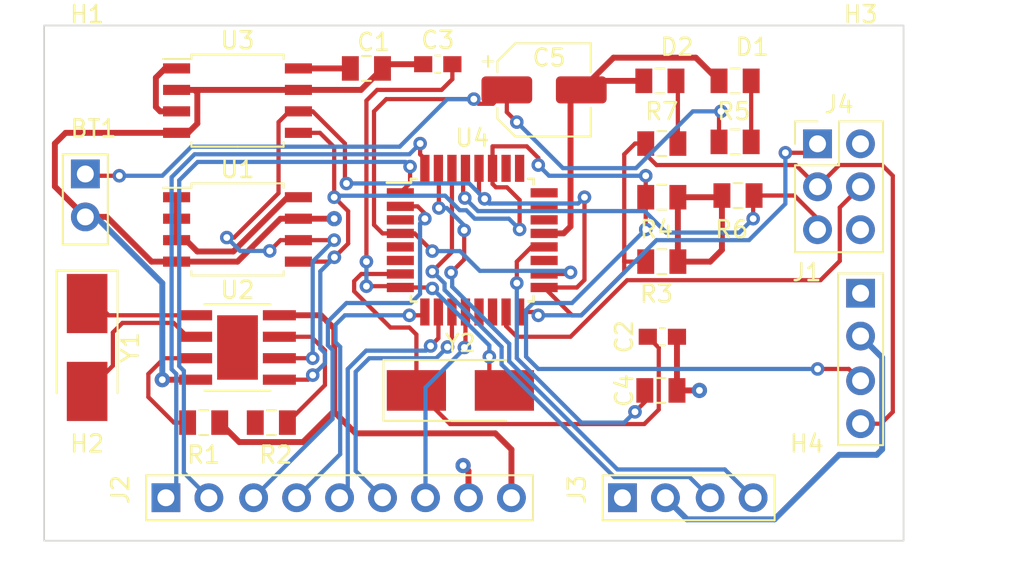
<source format=kicad_pcb>
(kicad_pcb (version 20211014) (generator pcbnew)
  (layers (0 "F.Cu" mixed) (31 "B.Cu" mixed) (34 "B.Paste" user) (35 "F.Paste" user) (36 "B.SilkS" user "B.Silkscreen") (37 "F.SilkS" user "F.Silkscreen") (38 "B.Mask" user) (39 "F.Mask" user) (44 "Edge.Cuts" user))
  (property "project_name" "Data Logger with memory and clock")
  (net 0 "")
  (net 1 "Net-(BT1-Pad1)")
  (net 2 "GND")
  (net 3 "/Vcc")
  (net 4 "Net-(C2-Pad1)")
  (net 5 "Net-(C3-Pad2)")
  (net 6 "Net-(C4-Pad1)")
  (net 7 "Net-(R5-Pad1)")
  (net 8 "Net-(R7-Pad1)")
  (net 9 "/SDA")
  (net 10 "/SCK")
  (net 11 "/D2")
  (net 12 "/D3")
  (net 13 "/D4")
  (net 14 "/D5")
  (net 15 "/D6")
  (net 16 "/D7")
  (net 17 "/D8")
  (net 18 "/RX")
  (net 19 "/TX")
  (net 20 "/MISO")
  (net 21 "/MOSI")
  (net 22 "/RESET")
  (net 23 "Net-(R1-Pad1)")
  (net 24 "Net-(R2-Pad1)")
  (net 25 "Net-(U2-Pad1)")
  (net 26 "Net-(U2-Pad2)")
  (footprint "RN_Mounting:MOUNTINGHOLE_2.1MM" (layer "F.Cu") (at 91.44 63.5)
    (fp_text reference "H3")
    (fp_text value "MountingHole")
  )
  (footprint "RN_Capacitors:C_SMD_0.1UF50V_0805_TDK_C2012X8R1H104K125AA" (layer "F.Cu") (at 62.66 64.48)
    (fp_text reference "C1")
    (fp_text value "0.1uF/50V")
  )
  (footprint "RN_Crystals:Y_SMD_CRYSTAL_32K_L5.0MMXW3.20_ABR_ABM3-32.000MHZ-D2Y-T" (layer "F.Cu") (at 45.72 80.01 -90)
    (fp_text reference "Y1")
    (fp_text value "32 KHz")
  )
  (footprint "RN_Mounting:MOUNTINGHOLE_2.1MM" (layer "F.Cu") (at 45.72 88.9)
    (fp_text reference "H2")
    (fp_text value "MountingHole")
  )
  (footprint "RN_IC_Microcontrollers:U_SMD_ATMEGA320P-AU_QFP-32_MIC_ATMEGA328P-AU" (layer "F.Cu") (at 68.485 73.66)
    (fp_text reference "U4")
    (fp_text value "ATMEGA328P-AU")
  )
  (footprint "RN_Resistors:R_SMD_330R_0805_YAG_RC0805FR-07330RL" (layer "F.Cu") (at 84.283756 67.31 180)
    (fp_text reference "R5")
    (fp_text value "330")
  )
  (footprint "RN_LED:D_SMD_LED_GREEN_0805_WUE_150080GS75000" (layer "F.Cu") (at 83.761252 64.77)
    (fp_text reference "D1")
    (fp_text value "LED")
  )
  (footprint "RN_Connectors:J_PTH_CONN_HEADER_MALE_01x02_WUE_61300211121" (layer "F.Cu") (at 45.085 72.39)
    (fp_text reference "BT1")
    (fp_text value "Battery" hide)
  )
  (footprint "RN_Resistors:R_SMD_4.7K_0805_YAG_RC0805FR-071KL" (layer "F.Cu") (at 79.951252 74.395 180)
    (fp_text reference "R3")
    (fp_text value "4.7K")
  )
  (footprint "RN_Capacitors:C_SMD_0.1UF50V_0805_TDK_C2012X8R1H104K125AA" (layer "F.Cu") (at 80.066252 83.53)
    (fp_text reference "C4")
    (fp_text value "0.1uF/50V")
  )
  (footprint "RN_Capacitors:C_SMD_22PF50V_0603_TDK_CGA3E2NP01H220J080AA" (layer "F.Cu") (at 66.4475 63.25)
    (fp_text reference "C3")
    (fp_text value "22pF")
  )
  (footprint "RN_Crystals:Y_SMD_CRYSTAL_16K_L5.0MMXW3.20_ABR_ABM3-16.000MHZ-B2-T" (layer "F.Cu") (at 67.785 82.55)
    (fp_text reference "Y2")
    (fp_text value "16 MHz")
  )
  (footprint "RN_IC_Memory:U_SMD_24LC1025_SOIC-08_MIC_24LC1025T-ESN" (layer "F.Cu") (at 54.61 73.025)
    (fp_text reference "U1")
    (fp_text value "24LC1025")
  )
  (footprint "RN_Resistors:R_SMD_10K_0805_YAG_RC0805FR-0710KL" (layer "F.Cu") (at 52.348748 84.99)
    (fp_text reference "R1")
    (fp_text value "10K")
  )
  (footprint "RN_Resistors:R_SMD_4.7K_0805_YAG_RC0805FR-071KL" (layer "F.Cu") (at 79.951252 70.585 180)
    (fp_text reference "R4")
    (fp_text value "4.7K")
  )
  (footprint "RN_Resistors:R_SMD_330R_0805_YAG_RC0805FR-07330RL" (layer "F.Cu") (at 79.951252 67.41 180)
    (fp_text reference "R7")
    (fp_text value "330")
  )
  (footprint "RN_Capacitors:C_SMD_22PF50V_0603_TDK_CGA3E2NP01H220J080AA" (layer "F.Cu") (at 79.723752 79.375)
    (fp_text reference "C2")
    (fp_text value "22pF")
  )
  (footprint "RN_Resistors:R_SMD_10K_0805_YAG_RC0805FR-0710KL" (layer "F.Cu") (at 56.871252 83.92 180)
    (fp_text reference "R2")
    (fp_text value "10K")
  )
  (footprint "RN_Mounting:MOUNTINGHOLE_2.1MM" (layer "F.Cu") (at 91.44 88.9)
    (fp_text reference "H4")
    (fp_text value "MountingHole")
  )
  (footprint "RN_LED:D_SMD_LED_GREEN_0805_WUE_150080GS75000" (layer "F.Cu") (at 79.316252 64.77)
    (fp_text reference "D2")
    (fp_text value "LED")
  )
  (footprint "RN_IC_RTC:U_SMD_DS1339U_DIP08_ANA_DS1339U-3+" (layer "F.Cu") (at 54.61 80.01)
    (fp_text reference "U2")
    (fp_text value "DS1339U-3+")
  )
  (footprint "RN_Capacitors:C_POL_SMD_0.1UF50V_WUE_865230640001" (layer "F.Cu") (at 72.73 64.77)
    (fp_text reference "C5")
    (fp_text value "0.1uF/50V")
  )
  (footprint "RN_IC_Memory:U_SMD_24LC1025_SOIC-08_MIC_24LC1025T-ESN" (layer "F.Cu") (at 54.61 65.405)
    (fp_text reference "U3")
    (fp_text value "24LC1025")
  )
  (footprint "RN_Mounting:MOUNTINGHOLE_2.1MM" (layer "F.Cu") (at 45.72 63.5)
    (fp_text reference "H1")
    (fp_text value "MountingHole")
  )
  (footprint "RN_Connectors:J_PTH_CONN_HEADER_MALE_01x04_WUE_61300411121" (layer "F.Cu") (at 90.91 79.4385)
    (fp_text reference "J1")
    (fp_text value "CONN_01x04_MALE" hide)
  )
  (footprint "RN_Connectors:J_PTH_CONN_HEADER_MALE_01x09_WUE_61300911121" (layer "F.Cu") (at 53.0225 89.43 90)
    (fp_text reference "J2")
    (fp_text value "CONN_01x09_MALE" hide)
  )
  (footprint "RN_Resistors:R_SMD_10K_0805_YAG_RC0805FR-0710KL" (layer "F.Cu") (at 84.455 70.485 180)
    (fp_text reference "R6")
    (fp_text value "10K")
  )
  (footprint "RN_Connectors:J_PTH_CONN_HEADER_MALE_01x04_WUE_61300411121" (layer "F.Cu") (at 80.01 89.43 90)
    (fp_text reference "J3")
    (fp_text value "CONN_01x04_MALE" hide)
  )
  (footprint "RN_Connectors:J_PTH_CONN_HEADER_MALE_02x03_WUE_61300621121" (layer "F.Cu") (at 88.895 67.96)
    (fp_text reference "J4")
    (fp_text value "CONN_MALE_02X03_ODDEVEN")
  )
  (gr_rect (start 43.18 60.96) (end 93.98 91.44) (layer "Edge.Cuts") (width 0.1) (fill none))
  (segment (start 62.67952 72.75452) (end 62.67952 66.04) (width 0.25) (layer "F.Cu") (net 1))
  (segment (start 64.235 73.26) (end 63.185 73.26) (width 0.25) (layer "F.Cu") (net 1))
  (segment (start 45.72 69.85) (end 45.615 69.745) (width 0.25) (layer "F.Cu") (net 1))
  (segment (start 83.185 66.04) (end 83.072504 66.152496) (width 0.25) (layer "F.Cu") (net 1))
  (segment (start 70.53 66.085) (end 70.53 64.77) (width 0.25) (layer "F.Cu") (net 1))
  (segment (start 71.12 66.675) (end 70.53 66.085) (width 0.25) (layer "F.Cu") (net 1))
  (segment (start 83.072504 66.152496) (end 83.072504 67.845) (width 0.25) (layer "F.Cu") (net 1))
  (segment (start 72.735 75.66) (end 74.2 75.66) (width 0.25) (layer "F.Cu") (net 1))
  (segment (start 47.625 69.85) (end 45.72 69.85) (width 0.25) (layer "F.Cu") (net 1))
  (segment (start 69.70952 65.59048) (end 70.53 64.77) (width 0.25) (layer "F.Cu") (net 1))
  (segment (start 66.124895 74.309375) (end 65.07552 73.26) (width 0.25) (layer "F.Cu") (net 1))
  (segment (start 74.2 75.66) (end 74.295 75.565) (width 0.25) (layer "F.Cu") (net 1))
  (segment (start 63.40402 65.3155) (end 68.58 65.3155) (width 0.25) (layer "F.Cu") (net 1))
  (segment (start 63.185 73.26) (end 62.67952 72.75452) (width 0.25) (layer "F.Cu") (net 1))
  (segment (start 68.85498 65.59048) (end 69.70952 65.59048) (width 0.25) (layer "F.Cu") (net 1))
  (segment (start 68.58 65.3155) (end 68.85498 65.59048) (width 0.25) (layer "F.Cu") (net 1))
  (segment (start 62.67952 66.04) (end 63.40402 65.3155) (width 0.25) (layer "F.Cu") (net 1))
  (segment (start 65.07552 73.26) (end 64.235 73.26) (width 0.25) (layer "F.Cu") (net 1))
  (via (at 68.58 65.3155) (size 0.8) (drill 0.4) (layers "F.Cu" "B.Cu") (net 1))
  (via (at 66.124895 74.309375) (size 0.8) (drill 0.4) (layers "F.Cu" "B.Cu") (net 1))
  (via (at 83.185 66.04) (size 0.8) (drill 0.4) (layers "F.Cu" "B.Cu") (net 1))
  (via (at 71.12 66.675) (size 0.8) (drill 0.4) (layers "F.Cu" "B.Cu") (net 1))
  (via (at 47.625 69.85) (size 0.8) (drill 0.4) (layers "F.Cu" "B.Cu") (net 1))
  (via (at 74.295 75.565) (size 0.8) (drill 0.4) (layers "F.Cu" "B.Cu") (net 1))
  (segment (start 67.009886 65.3155) (end 64.194906 68.13048) (width 0.25) (layer "B.Cu") (net 1))
  (segment (start 78.164906 69.40048) (end 73.84548 69.40048) (width 0.25) (layer "B.Cu") (net 1))
  (segment (start 50.164282 69.85) (end 47.625 69.85) (width 0.25) (layer "B.Cu") (net 1))
  (segment (start 73.84548 69.40048) (end 71.12 66.675) (width 0.25) (layer "B.Cu") (net 1))
  (segment (start 81.525386 66.04) (end 78.164906 69.40048) (width 0.25) (layer "B.Cu") (net 1))
  (segment (start 64.194906 68.13048) (end 51.883802 68.13048) (width 0.25) (layer "B.Cu") (net 1))
  (segment (start 66.124895 74.309375) (end 67.765395 74.309375) (width 0.25) (layer "B.Cu") (net 1))
  (segment (start 83.185 66.04) (end 81.525386 66.04) (width 0.25) (layer "B.Cu") (net 1))
  (segment (start 51.883802 68.13048) (end 50.164282 69.85) (width 0.25) (layer "B.Cu") (net 1))
  (segment (start 74.205489 75.475489) (end 74.295 75.565) (width 0.25) (layer "B.Cu") (net 1))
  (segment (start 68.931509 75.475489) (end 74.205489 75.475489) (width 0.25) (layer "B.Cu") (net 1))
  (segment (start 68.58 65.3155) (end 67.009886 65.3155) (width 0.25) (layer "B.Cu") (net 1))
  (segment (start 67.765395 74.309375) (end 68.931509 75.475489) (width 0.25) (layer "B.Cu") (net 1))
  (segment (start 74.93 64.77) (end 74.295 65.405) (width 0.35) (layer "F.Cu") (net 2))
  (segment (start 80.586252 82.55) (end 80.586252 79.375) (width 0.35) (layer "F.Cu") (net 2))
  (segment (start 68.2625 87.3125) (end 67.945 86.995) (width 0.35) (layer "F.Cu") (net 2))
  (segment (start 58.21 64.77) (end 61.91 64.77) (width 0.35) (layer "F.Cu") (net 2))
  (segment (start 80.586252 82.55) (end 81.915 82.55) (width 0.35) (layer "F.Cu") (net 2))
  (segment (start 76.835 62.865) (end 74.93 64.77) (width 0.35) (layer "F.Cu") (net 2))
  (segment (start 51.689022 67.31) (end 52.234511 66.764511) (width 0.35) (layer "F.Cu") (net 2))
  (segment (start 46.885 72.285) (end 45.615 72.285) (width 0.35) (layer "F.Cu") (net 2))
  (segment (start 57.15 72.39) (end 54.61 74.93) (width 0.35) (layer "F.Cu") (net 2))
  (segment (start 43.815 70.485) (end 43.815 67.945) (width 0.35) (layer "F.Cu") (net 2))
  (segment (start 45.615 72.285) (end 43.815 70.485) (width 0.35) (layer "F.Cu") (net 2))
  (segment (start 63.43 63.25) (end 63.18 63.5) (width 0.35) (layer "F.Cu") (net 2))
  (segment (start 91.44 73.045) (end 91.435 73.04) (width 0.35) (layer "F.Cu") (net 2))
  (segment (start 61.91 64.77) (end 63.18 63.5) (width 0.35) (layer "F.Cu") (net 2))
  (segment (start 49.53 74.93) (end 46.885 72.285) (width 0.35) (layer "F.Cu") (net 2))
  (segment (start 74.295 65.405) (end 74.295 72.85) (width 0.35) (layer "F.Cu") (net 2))
  (segment (start 83.072504 64.235) (end 81.702504 62.865) (width 0.35) (layer "F.Cu") (net 2))
  (segment (start 43.815 67.945) (end 44.45 67.31) (width 0.35) (layer "F.Cu") (net 2))
  (segment (start 52.135 81.915) (end 50.165 81.915) (width 0.35) (layer "F.Cu") (net 2))
  (segment (start 75.465 64.235) (end 78.627504 64.235) (width 0.35) (layer "F.Cu") (net 2))
  (segment (start 51.01 74.93) (end 49.53 74.93) (width 0.35) (layer "F.Cu") (net 2))
  (segment (start 73.885 73.26) (end 72.735 73.26) (width 0.35) (layer "F.Cu") (net 2))
  (segment (start 65.585 63.25) (end 63.43 63.25) (width 0.35) (layer "F.Cu") (net 2))
  (segment (start 44.45 67.31) (end 51.01 67.31) (width 0.35) (layer "F.Cu") (net 2))
  (segment (start 51.01 64.77) (end 58.21 64.77) (width 0.35) (layer "F.Cu") (net 2))
  (segment (start 58.21 72.39) (end 57.15 72.39) (width 0.35) (layer "F.Cu") (net 2))
  (segment (start 74.93 64.77) (end 75.465 64.235) (width 0.35) (layer "F.Cu") (net 2))
  (segment (start 54.61 74.93) (end 51.01 74.93) (width 0.35) (layer "F.Cu") (net 2))
  (segment (start 74.295 72.85) (end 73.885 73.26) (width 0.35) (layer "F.Cu") (net 2))
  (segment (start 68.2625 88.9) (end 68.2625 87.3125) (width 0.35) (layer "F.Cu") (net 2))
  (segment (start 81.702504 62.865) (end 76.835 62.865) (width 0.35) (layer "F.Cu") (net 2))
  (segment (start 51.01 67.31) (end 51.689022 67.31) (width 0.35) (layer "F.Cu") (net 2))
  (segment (start 58.21 72.39) (end 60.325 72.39) (width 0.35) (layer "F.Cu") (net 2))
  (segment (start 52.234511 66.764511) (end 52.234511 64.934511) (width 0.35) (layer "F.Cu") (net 2))
  (segment (start 77.47 88.9) (end 77.365 88.9) (width 0.35) (layer "F.Cu") (net 2))
  (segment (start 52.234511 64.934511) (end 52.07 64.77) (width 0.35) (layer "F.Cu") (net 2))
  (via (at 50.165 81.915) (size 0.9) (drill 0.4) (layers "F.Cu" "B.Cu") (net 2))
  (via (at 67.945 86.995) (size 0.9) (drill 0.4) (layers "F.Cu" "B.Cu") (net 2))
  (via (at 60.325 72.39) (size 0.9) (drill 0.4) (layers "F.Cu" "B.Cu") (net 2))
  (via (at 81.915 82.55) (size 0.9) (drill 0.4) (layers "F.Cu" "B.Cu") (net 2))
  (segment (start 50.165 76.2) (end 46.25 72.285) (width 0.35) (layer "B.Cu") (net 2))
  (segment (start 46.25 72.285) (end 45.615 72.285) (width 0.35) (layer "B.Cu") (net 2))
  (segment (start 50.165 81.915) (end 50.165 76.2) (width 0.35) (layer "B.Cu") (net 2))
  (segment (start 60.325 83.82) (end 60.329031 83.815969) (width 0.35) (layer "F.Cu") (net 3))
  (segment (start 49.785489 64.045489) (end 49.785489 65.784511) (width 0.35) (layer "F.Cu") (net 3))
  (segment (start 83.243748 74.236252) (end 83.243748 71.02) (width 0.35) (layer "F.Cu") (net 3))
  (segment (start 69.85 85.09) (end 61.595 85.09) (width 0.35) (layer "F.Cu") (net 3))
  (segment (start 91.435 67.305) (end 91.435 67.96) (width 0.35) (layer "F.Cu") (net 3))
  (segment (start 51.01 73.66) (end 51.01 72.39) (width 0.35) (layer "F.Cu") (net 3))
  (segment (start 61.595 85.09) (end 60.325 83.82) (width 0.35) (layer "F.Cu") (net 3))
  (segment (start 50.040978 66.04) (end 51.01 66.04) (width 0.35) (layer "F.Cu") (net 3))
  (segment (start 51.01 73.66) (end 51.564031 73.66) (width 0.35) (layer "F.Cu") (net 3))
  (segment (start 51.564031 73.66) (end 52.234511 74.33048) (width 0.35) (layer "F.Cu") (net 3))
  (segment (start 53.56 84.455) (end 54.709511 85.604511) (width 0.35) (layer "F.Cu") (net 3))
  (segment (start 52.234511 74.33048) (end 54.36167 74.33048) (width 0.35) (layer "F.Cu") (net 3))
  (segment (start 60.329031 83.815969) (end 60.329031 78.886886) (width 0.35) (layer "F.Cu") (net 3))
  (segment (start 58.484511 85.604511) (end 60.325 83.764022) (width 0.35) (layer "F.Cu") (net 3))
  (segment (start 80.64 74.93) (end 82.55 74.93) (width 0.35) (layer "F.Cu") (net 3))
  (segment (start 50.330978 63.5) (end 49.785489 64.045489) (width 0.35) (layer "F.Cu") (net 3))
  (segment (start 80.64 74.93) (end 80.64 71.12) (width 0.35) (layer "F.Cu") (net 3))
  (segment (start 91.3985 79.375) (end 91.44 79.3335) (width 0.35) (layer "F.Cu") (net 3))
  (segment (start 59.547145 78.105) (end 57.085 78.105) (width 0.35) (layer "F.Cu") (net 3))
  (segment (start 80.64 71.12) (end 83.143748 71.12) (width 0.35) (layer "F.Cu") (net 3))
  (segment (start 51.01 72.39) (end 51.01 71.12) (width 0.35) (layer "F.Cu") (net 3))
  (segment (start 54.36167 74.33048) (end 57.57215 71.12) (width 0.35) (layer "F.Cu") (net 3))
  (segment (start 82.55 74.93) (end 83.243748 74.236252) (width 0.35) (layer "F.Cu") (net 3))
  (segment (start 60.329031 78.886886) (end 59.547145 78.105) (width 0.35) (layer "F.Cu") (net 3))
  (segment (start 51.01 63.5) (end 50.330978 63.5) (width 0.35) (layer "F.Cu") (net 3))
  (segment (start 60.325 83.764022) (end 60.325 82.55) (width 0.35) (layer "F.Cu") (net 3))
  (segment (start 83.143748 71.12) (end 83.243748 71.02) (width 0.35) (layer "F.Cu") (net 3))
  (segment (start 54.709511 85.604511) (end 58.484511 85.604511) (width 0.35) (layer "F.Cu") (net 3))
  (segment (start 70.8025 88.9) (end 70.8025 86.0425) (width 0.35) (layer "F.Cu") (net 3))
  (segment (start 70.8025 86.0425) (end 69.85 85.09) (width 0.35) (layer "F.Cu") (net 3))
  (segment (start 49.785489 65.784511) (end 50.040978 66.04) (width 0.35) (layer "F.Cu") (net 3))
  (segment (start 57.57215 71.12) (end 58.21 71.12) (width 0.35) (layer "F.Cu") (net 3))
  (segment (start 58.21 63.5) (end 61.28 63.5) (width 0.35) (layer "F.Cu") (net 3))
  (segment (start 92.714511 86.037989) (end 92.714511 80.608011) (width 0.35) (layer "B.Cu") (net 3))
  (segment (start 81.179511 90.174511) (end 79.905 88.9) (width 0.35) (layer "B.Cu") (net 3))
  (segment (start 86.355489 90.174511) (end 90.17 86.36) (width 0.35) (layer "B.Cu") (net 3))
  (segment (start 81.179511 90.174511) (end 86.355489 90.174511) (width 0.35) (layer "B.Cu") (net 3))
  (segment (start 92.3925 86.36) (end 92.714511 86.037989) (width 0.35) (layer "B.Cu") (net 3))
  (segment (start 90.17 86.36) (end 92.3925 86.36) (width 0.35) (layer "B.Cu") (net 3))
  (segment (start 92.714511 80.608011) (end 91.44 79.3335) (width 0.35) (layer "B.Cu") (net 3))
  (segment (start 65.185 82.55) (end 65.185 79.244511) (width 0.25) (layer "F.Cu") (net 4))
  (segment (start 61.505489 76.084397) (end 61.929886 75.66) (width 0.25) (layer "F.Cu") (net 4))
  (segment (start 79.510763 83.684237) (end 79.510763 80.024511) (width 0.25) (layer "F.Cu") (net 4))
  (segment (start 61.929886 75.66) (end 64.235 75.66) (width 0.25) (layer "F.Cu") (net 4))
  (segment (start 64.77 78.829511) (end 63.650397 78.829511) (width 0.25) (layer "F.Cu") (net 4))
  (segment (start 65.185 82.55) (end 67.17548 84.54048) (width 0.25) (layer "F.Cu") (net 4))
  (segment (start 79.510763 80.024511) (end 78.861252 79.375) (width 0.25) (layer "F.Cu") (net 4))
  (segment (start 67.17548 84.54048) (end 78.65452 84.54048) (width 0.25) (layer "F.Cu") (net 4))
  (segment (start 65.185 79.244511) (end 64.77 78.829511) (width 0.25) (layer "F.Cu") (net 4))
  (segment (start 61.505489 76.684603) (end 61.505489 76.084397) (width 0.25) (layer "F.Cu") (net 4))
  (segment (start 78.65452 84.54048) (end 79.510763 83.684237) (width 0.25) (layer "F.Cu") (net 4))
  (segment (start 63.650397 78.829511) (end 61.505489 76.684603) (width 0.25) (layer "F.Cu") (net 4))
  (segment (start 67.31 63.25) (end 67.31 64.135) (width 0.25) (layer "F.Cu") (net 5))
  (segment (start 69.49646 80.554822) (end 69.49646 81.66146) (width 0.25) (layer "F.Cu") (net 5))
  (segment (start 66.068338 76.46) (end 64.235 76.46) (width 0.25) (layer "F.Cu") (net 5))
  (segment (start 67.31 64.135) (end 66.675 64.77) (width 0.25) (layer "F.Cu") (net 5))
  (segment (start 62.23 65.405) (end 62.23 74.93) (width 0.25) (layer "F.Cu") (net 5))
  (segment (start 66.675 64.77) (end 62.865 64.77) (width 0.25) (layer "F.Cu") (net 5))
  (segment (start 62.865 64.77) (end 62.23 65.405) (width 0.25) (layer "F.Cu") (net 5))
  (segment (start 64.1595 76.3845) (end 64.235 76.46) (width 0.25) (layer "F.Cu") (net 5))
  (segment (start 62.23 76.3845) (end 64.1595 76.3845) (width 0.25) (layer "F.Cu") (net 5))
  (segment (start 69.49646 81.66146) (end 70.385 82.55) (width 0.25) (layer "F.Cu") (net 5))
  (segment (start 66.124906 76.516568) (end 66.068338 76.46) (width 0.25) (layer "F.Cu") (net 5))
  (via (at 62.23 74.93) (size 0.8) (drill 0.4) (layers "F.Cu" "B.Cu") (net 5))
  (via (at 62.23 76.3845) (size 0.8) (drill 0.4) (layers "F.Cu" "B.Cu") (net 5))
  (via (at 66.124906 76.516568) (size 0.8) (drill 0.4) (layers "F.Cu" "B.Cu") (net 5))
  (via (at 69.49646 80.554822) (size 0.8) (drill 0.4) (layers "F.Cu" "B.Cu") (net 5))
  (segment (start 62.23 74.93) (end 62.23 76.2) (width 0.25) (layer "B.Cu") (net 5))
  (segment (start 62.23 76.2) (end 62.23 76.3845) (width 0.25) (layer "B.Cu") (net 5))
  (segment (start 69.49646 79.888122) (end 69.49646 80.554822) (width 0.25) (layer "B.Cu") (net 5))
  (segment (start 66.124906 76.516568) (end 69.49646 79.888122) (width 0.25) (layer "B.Cu") (net 5))
  (segment (start 78.105 83.81598) (end 78.686252 83.234728) (width 0.25) (layer "F.Cu") (net 6))
  (segment (start 71.12 74.93) (end 71.99 74.06) (width 0.25) (layer "F.Cu") (net 6))
  (segment (start 71.99 74.06) (end 72.735 74.06) (width 0.25) (layer "F.Cu") (net 6))
  (segment (start 78.686252 83.234728) (end 78.686252 82.55) (width 0.25) (layer "F.Cu") (net 6))
  (segment (start 71.12 76.2) (end 71.12 74.93) (width 0.25) (layer "F.Cu") (net 6))
  (via (at 71.12 76.2) (size 0.8) (drill 0.4) (layers "F.Cu" "B.Cu") (net 6))
  (via (at 78.105 83.81598) (size 0.8) (drill 0.4) (layers "F.Cu" "B.Cu") (net 6))
  (segment (start 74.931436 84.455) (end 71.12 80.643564) (width 0.25) (layer "B.Cu") (net 6))
  (segment (start 78.105 83.81598) (end 77.46598 84.455) (width 0.25) (layer "B.Cu") (net 6))
  (segment (start 77.46598 84.455) (end 74.931436 84.455) (width 0.25) (layer "B.Cu") (net 6))
  (segment (start 71.12 80.643564) (end 71.12 76.2) (width 0.25) (layer "B.Cu") (net 6))
  (segment (start 84.972504 67.845) (end 84.972504 64.235) (width 0.25) (layer "F.Cu") (net 7))
  (segment (start 80.64 67.945) (end 80.64 64.347496) (width 0.25) (layer "F.Cu") (net 8))
  (segment (start 80.64 64.347496) (end 80.527504 64.235) (width 0.25) (layer "F.Cu") (net 8))
  (segment (start 58.784503 81.915) (end 57.085 81.915) (width 0.25) (layer "F.Cu") (net 9))
  (segment (start 61.149511 73.860088) (end 60.337548 74.672051) (width 0.25) (layer "F.Cu") (net 9))
  (segment (start 71.285498 73.025) (end 71.285498 71.285498) (width 0.25) (layer "F.Cu") (net 9))
  (segment (start 71.285498 71.285498) (end 70.534511 70.534511) (width 0.25) (layer "F.Cu") (net 9))
  (segment (start 78.74 73.025) (end 78.74 71.12) (width 0.25) (layer "F.Cu") (net 9))
  (segment (start 69.685 68.11) (end 69.685 69.41) (width 0.25) (layer "F.Cu") (net 9))
  (segment (start 71.709022 68.11) (end 69.685 68.11) (width 0.25) (layer "F.Cu") (net 9))
  (segment (start 72.39 68.790978) (end 71.709022 68.11) (width 0.25) (layer "F.Cu") (net 9))
  (segment (start 69.885489 70.534511) (end 69.685 70.334022) (width 0.25) (layer "F.Cu") (net 9))
  (segment (start 59.48 67.31) (end 58.21 67.31) (width 0.25) (layer "F.Cu") (net 9))
  (segment (start 60.325 71.12) (end 61.149511 71.944511) (width 0.25) (layer "F.Cu") (net 9))
  (segment (start 60.325 71.12) (end 60.325 68.155) (width 0.25) (layer "F.Cu") (net 9))
  (segment (start 59.055 81.644503) (end 58.784503 81.915) (width 0.25) (layer "F.Cu") (net 9))
  (segment (start 60.325 68.155) (end 59.48 67.31) (width 0.25) (layer "F.Cu") (net 9))
  (segment (start 69.685 70.334022) (end 69.685 69.41) (width 0.25) (layer "F.Cu") (net 9))
  (segment (start 70.534511 70.534511) (end 69.885489 70.534511) (width 0.25) (layer "F.Cu") (net 9))
  (segment (start 88.9 81.28) (end 90.7415 81.28) (width 0.25) (layer "F.Cu") (net 9))
  (segment (start 90.7415 81.28) (end 91.44 81.9785) (width 0.25) (layer "F.Cu") (net 9))
  (segment (start 60.337548 74.672051) (end 60.079599 74.93) (width 0.25) (layer "F.Cu") (net 9))
  (segment (start 60.079599 74.93) (end 58.21 74.93) (width 0.25) (layer "F.Cu") (net 9))
  (segment (start 72.39 69.215) (end 72.39 68.790978) (width 0.25) (layer "F.Cu") (net 9))
  (segment (start 61.149511 71.944511) (end 61.149511 73.860088) (width 0.25) (layer "F.Cu") (net 9))
  (segment (start 78.74 71.12) (end 78.74 69.85) (width 0.25) (layer "F.Cu") (net 9))
  (via (at 88.9 81.28) (size 0.8) (drill 0.4) (layers "F.Cu" "B.Cu") (net 9))
  (via (at 59.055 81.644503) (size 0.8) (drill 0.4) (layers "F.Cu" "B.Cu") (net 9))
  (via (at 78.74 69.85) (size 0.8) (drill 0.4) (layers "F.Cu" "B.Cu") (net 9))
  (via (at 78.74 73.025) (size 0.8) (drill 0.4) (layers "F.Cu" "B.Cu") (net 9))
  (via (at 71.285498 73.025) (size 0.8) (drill 0.4) (layers "F.Cu" "B.Cu") (net 9))
  (via (at 72.39 69.215) (size 0.8) (drill 0.4) (layers "F.Cu" "B.Cu") (net 9))
  (via (at 60.325 71.12) (size 0.8) (drill 0.4) (layers "F.Cu" "B.Cu") (net 9))
  (via (at 60.337548 74.672051) (size 0.8) (drill 0.4) (layers "F.Cu" "B.Cu") (net 9))
  (segment (start 59.329992 81.369511) (end 59.355103 81.369511) (width 0.25) (layer "B.Cu") (net 9))
  (segment (start 68.134607 71.890612) (end 68.633995 72.39) (width 0.25) (layer "B.Cu") (net 9))
  (segment (start 71.665489 80.553335) (end 71.665489 77.804897) (width 0.25) (layer "B.Cu") (net 9))
  (segment (start 59.779511 80.344897) (end 59.50452 80.069906) (width 0.25) (layer "B.Cu") (net 9))
  (segment (start 59.50452 75.505079) (end 60.337548 74.672051) (width 0.25) (layer "B.Cu") (net 9))
  (segment (start 59.779511 80.945103) (end 59.779511 80.344897) (width 0.25) (layer "B.Cu") (net 9))
  (segment (start 59.355103 81.369511) (end 59.779511 80.945103) (width 0.25) (layer "B.Cu") (net 9))
  (segment (start 68.633995 72.39) (end 70.650498 72.39) (width 0.25) (layer "B.Cu") (net 9))
  (segment (start 60.414511 71.030489) (end 66.885588 71.030489) (width 0.25) (layer "B.Cu") (net 9))
  (segment (start 70.650498 72.39) (end 71.285498 73.025) (width 0.25) (layer "B.Cu") (net 9))
  (segment (start 60.325 71.12) (end 60.414511 71.030489) (width 0.25) (layer "B.Cu") (net 9))
  (segment (start 74.384511 77.380489) (end 78.74 73.025) (width 0.25) (layer "B.Cu") (net 9))
  (segment (start 72.392154 81.28) (end 71.665489 80.553335) (width 0.25) (layer "B.Cu") (net 9))
  (segment (start 66.885588 71.030489) (end 67.745711 71.890612) (width 0.25) (layer "B.Cu") (net 9))
  (segment (start 88.9 81.28) (end 72.392154 81.28) (width 0.25) (layer "B.Cu") (net 9))
  (segment (start 67.745711 71.890612) (end 68.134607 71.890612) (width 0.25) (layer "B.Cu") (net 9))
  (segment (start 71.665489 77.804897) (end 72.089897 77.380489) (width 0.25) (layer "B.Cu") (net 9))
  (segment (start 59.055 81.644503) (end 59.329992 81.369511) (width 0.25) (layer "B.Cu") (net 9))
  (segment (start 72.39 69.215) (end 73.025 69.85) (width 0.25) (layer "B.Cu") (net 9))
  (segment (start 59.50452 80.069906) (end 59.50452 75.505079) (width 0.25) (layer "B.Cu") (net 9))
  (segment (start 72.089897 77.380489) (end 74.384511 77.380489) (width 0.25) (layer "B.Cu") (net 9))
  (segment (start 73.025 69.85) (end 78.74 69.85) (width 0.25) (layer "B.Cu") (net 9))
  (segment (start 58.21 66.04) (end 58.42 66.04) (width 0.25) (layer "F.Cu") (net 10))
  (segment (start 78.74 68.58) (end 79.375 69.215) (width 0.25) (layer "F.Cu") (net 10))
  (segment (start 57.15 73.66) (end 56.515 74.295) (width 0.25) (layer "F.Cu") (net 10))
  (segment (start 77.47 74.295) (end 77.47 74.93) (width 0.25) (layer "F.Cu") (net 10))
  (segment (start 77.47 75.564282) (end 77.47 74.295) (width 0.25) (layer "F.Cu") (net 10))
  (segment (start 58.21 73.66) (end 57.15 73.66) (width 0.25) (layer "F.Cu") (net 10))
  (segment (start 54.409032 73.50598) (end 57.035489 70.879523) (width 0.25) (layer "F.Cu") (net 10))
  (segment (start 74.929282 78.105) (end 77.47 75.564282) (width 0.25) (layer "F.Cu") (net 10))
  (segment (start 68.885 70.88598) (end 68.885 69.41) (width 0.25) (layer "F.Cu") (net 10))
  (segment (start 77.47 68.58) (end 77.47 74.295) (width 0.25) (layer "F.Cu") (net 10))
  (segment (start 77.47 74.93) (end 78.74 74.93) (width 0.25) (layer "F.Cu") (net 10))
  (segment (start 60.96 67.945) (end 60.96 70.216489) (width 0.25) (layer "F.Cu") (net 10))
  (segment (start 92.6465 84.5185) (end 93.345 83.82) (width 0.25) (layer "F.Cu") (net 10))
  (segment (start 91.44 84.5185) (end 92.6465 84.5185) (width 0.25) (layer "F.Cu") (net 10))
  (segment (start 59.055 66.04) (end 60.96 67.945) (width 0.25) (layer "F.Cu") (net 10))
  (segment (start 60.325 73.66) (end 58.21 73.66) (width 0.25) (layer "F.Cu") (net 10))
  (segment (start 90.18 69.215) (end 88.895 70.5) (width 0.25) (layer "F.Cu") (net 10))
  (segment (start 60.96 70.216489) (end 61.0495 70.305989) (width 0.25) (layer "F.Cu") (net 10))
  (segment (start 93.345 69.85) (end 92.71 69.215) (width 0.25) (layer "F.Cu") (net 10))
  (segment (start 72.735 76.46) (end 74.38 78.105) (width 0.25) (layer "F.Cu") (net 10))
  (segment (start 57.670489 66.04) (end 58.21 66.04) (width 0.25) (layer "F.Cu") (net 10))
  (segment (start 78.105 67.945) (end 77.47 68.58) (width 0.25) (layer "F.Cu") (net 10))
  (segment (start 57.035489 66.675) (end 57.670489 66.04) (width 0.25) (layer "F.Cu") (net 10))
  (segment (start 75.1195 71.12) (end 75.1195 76.0105) (width 0.25) (layer "F.Cu") (net 10))
  (segment (start 93.345 83.82) (end 93.345 69.85) (width 0.25) (layer "F.Cu") (net 10))
  (segment (start 59.055 80.645) (end 57.085 80.645) (width 0.25) (layer "F.Cu") (net 10))
  (segment (start 92.71 69.215) (end 90.18 69.215) (width 0.25) (layer "F.Cu") (net 10))
  (segment (start 69.215 71.21598) (end 68.885 70.88598) (width 0.25) (layer "F.Cu") (net 10))
  (segment (start 57.035489 70.879523) (end 57.035489 66.675) (width 0.25) (layer "F.Cu") (net 10))
  (segment (start 75.1195 76.0105) (end 74.67 76.46) (width 0.25) (layer "F.Cu") (net 10))
  (segment (start 78.74 67.945) (end 78.74 68.58) (width 0.25) (layer "F.Cu") (net 10))
  (segment (start 74.67 76.46) (end 72.735 76.46) (width 0.25) (layer "F.Cu") (net 10))
  (segment (start 78.74 67.945) (end 78.105 67.945) (width 0.25) (layer "F.Cu") (net 10))
  (segment (start 58.42 66.04) (end 59.055 66.04) (width 0.25) (layer "F.Cu") (net 10))
  (segment (start 74.38 78.105) (end 74.929282 78.105) (width 0.25) (layer "F.Cu") (net 10))
  (segment (start 79.375 69.215) (end 87.61 69.215) (width 0.25) (layer "F.Cu") (net 10))
  (segment (start 87.61 69.215) (end 88.895 70.5) (width 0.25) (layer "F.Cu") (net 10))
  (segment (start 53.975 73.50598) (end 54.409032 73.50598) (width 0.25) (layer "F.Cu") (net 10))
  (via (at 53.975 73.50598) (size 0.8) (drill 0.4) (layers "F.Cu" "B.Cu") (net 10))
  (via (at 59.055 80.645) (size 0.8) (drill 0.4) (layers "F.Cu" "B.Cu") (net 10))
  (via (at 60.325 73.66) (size 0.8) (drill 0.4) (layers "F.Cu" "B.Cu") (net 10))
  (via (at 56.515 74.295) (size 0.8) (drill 0.4) (layers "F.Cu" "B.Cu") (net 10))
  (via (at 61.0495 70.305989) (size 0.8) (drill 0.4) (layers "F.Cu" "B.Cu") (net 10))
  (via (at 69.215 71.21598) (size 0.8) (drill 0.4) (layers "F.Cu" "B.Cu") (net 10))
  (via (at 75.1195 71.12) (size 0.8) (drill 0.4) (layers "F.Cu" "B.Cu") (net 10))
  (segment (start 68.305009 70.305989) (end 61.0495 70.305989) (width 0.25) (layer "B.Cu") (net 10))
  (segment (start 69.215 71.21598) (end 68.305009 70.305989) (width 0.25) (layer "B.Cu") (net 10))
  (segment (start 74.74854 71.49096) (end 75.1195 71.12) (width 0.25) (layer "B.Cu") (net 10))
  (segment (start 56.515 74.295) (end 54.76402 74.295) (width 0.25) (layer "B.Cu") (net 10))
  (segment (start 59.055 74.93) (end 60.325 73.66) (width 0.25) (layer "B.Cu") (net 10))
  (segment (start 54.76402 74.295) (end 53.975 73.50598) (width 0.25) (layer "B.Cu") (net 10))
  (segment (start 59.055 80.645) (end 59.055 74.93) (width 0.25) (layer "B.Cu") (net 10))
  (segment (start 69.48998 71.49096) (end 74.74854 71.49096) (width 0.25) (layer "B.Cu") (net 10))
  (segment (start 69.215 71.21598) (end 69.48998 71.49096) (width 0.25) (layer "B.Cu") (net 10))
  (segment (start 65.685 68.86) (end 65.685 69.41) (width 0.25) (layer "F.Cu") (net 11))
  (segment (start 65.405 67.945) (end 65.405 68.58) (width 0.25) (layer "F.Cu") (net 11))
  (segment (start 65.405 68.58) (end 65.685 68.86) (width 0.25) (layer "F.Cu") (net 11))
  (via (at 65.405 67.945) (size 0.8) (drill 0.4) (layers "F.Cu" "B.Cu") (net 11))
  (segment (start 50.71452 81.298484) (end 50.989511 81.573475) (width 0.25) (layer "B.Cu") (net 11))
  (segment (start 50.989511 88.287989) (end 50.3775 88.9) (width 0.25) (layer "B.Cu") (net 11))
  (segment (start 50.71452 69.93548) (end 50.71452 81.298484) (width 0.25) (layer "B.Cu") (net 11))
  (segment (start 50.989511 81.573475) (end 50.989511 88.287989) (width 0.25) (layer "B.Cu") (net 11))
  (segment (start 65.405 67.945) (end 64.77 68.58) (width 0.25) (layer "B.Cu") (net 11))
  (segment (start 52.07 68.58) (end 50.71452 69.93548) (width 0.25) (layer "B.Cu") (net 11))
  (segment (start 64.77 68.58) (end 52.07 68.58) (width 0.25) (layer "B.Cu") (net 11))
  (segment (start 64.810498 69.303368) (end 64.810498 70.284502) (width 0.25) (layer "F.Cu") (net 12))
  (segment (start 64.810498 70.284502) (end 64.235 70.86) (width 0.25) (layer "F.Cu") (net 12))
  (via (at 64.810498 69.303368) (size 0.8) (drill 0.4) (layers "F.Cu" "B.Cu") (net 12))
  (segment (start 51.16404 81.112286) (end 51.439031 81.387278) (width 0.25) (layer "B.Cu") (net 12))
  (segment (start 51.439031 87.421531) (end 52.9175 88.9) (width 0.25) (layer "B.Cu") (net 12))
  (segment (start 64.53665 69.02952) (end 52.256198 69.02952) (width 0.25) (layer "B.Cu") (net 12))
  (segment (start 51.16404 70.121678) (end 51.16404 81.112286) (width 0.25) (layer "B.Cu") (net 12))
  (segment (start 64.810498 69.303368) (end 64.53665 69.02952) (width 0.25) (layer "B.Cu") (net 12))
  (segment (start 51.439031 81.387278) (end 51.439031 87.421531) (width 0.25) (layer "B.Cu") (net 12))
  (segment (start 52.256198 69.02952) (end 51.16404 70.121678) (width 0.25) (layer "B.Cu") (net 12))
  (segment (start 65.684502 72.08548) (end 65.259022 71.66) (width 0.25) (layer "F.Cu") (net 13))
  (segment (start 65.259022 71.66) (end 64.235 71.66) (width 0.25) (layer "F.Cu") (net 13))
  (segment (start 65.684502 72.39) (end 65.684502 72.08548) (width 0.25) (layer "F.Cu") (net 13))
  (via (at 65.684502 72.39) (size 0.8) (drill 0.4) (layers "F.Cu" "B.Cu") (net 13))
  (segment (start 59.95404 78.475243) (end 59.95404 79.883708) (width 0.25) (layer "B.Cu") (net 13))
  (segment (start 65.400395 72.674107) (end 65.400395 76.839605) (width 0.25) (layer "B.Cu") (net 13))
  (segment (start 65.400395 76.839605) (end 64.859511 77.380489) (width 0.25) (layer "B.Cu") (net 13))
  (segment (start 60.229031 84.233469) (end 55.5625 88.9) (width 0.25) (layer "B.Cu") (net 13))
  (segment (start 64.859511 77.380489) (end 61.048794 77.380489) (width 0.25) (layer "B.Cu") (net 13))
  (segment (start 65.684502 72.39) (end 65.400395 72.674107) (width 0.25) (layer "B.Cu") (net 13))
  (segment (start 59.95404 79.883708) (end 60.229031 80.158699) (width 0.25) (layer "B.Cu") (net 13))
  (segment (start 60.229031 80.158699) (end 60.229031 84.233469) (width 0.25) (layer "B.Cu") (net 13))
  (segment (start 61.048794 77.380489) (end 59.95404 78.475243) (width 0.25) (layer "B.Cu") (net 13))
  (segment (start 65.49 78.105) (end 65.685 77.91) (width 0.25) (layer "F.Cu") (net 14))
  (segment (start 64.77 78.105) (end 65.49 78.105) (width 0.25) (layer "F.Cu") (net 14))
  (via (at 64.77 78.105) (size 0.8) (drill 0.4) (layers "F.Cu" "B.Cu") (net 14))
  (segment (start 64.77 78.105) (end 60.96 78.105) (width 0.25) (layer "B.Cu") (net 14))
  (segment (start 60.40356 79.69751) (end 60.678551 79.972502) (width 0.25) (layer "B.Cu") (net 14))
  (segment (start 60.40356 78.66144) (end 60.40356 79.69751) (width 0.25) (layer "B.Cu") (net 14))
  (segment (start 60.96 78.105) (end 60.40356 78.66144) (width 0.25) (layer "B.Cu") (net 14))
  (segment (start 60.678551 79.972502) (end 60.678551 86.323949) (width 0.25) (layer "B.Cu") (net 14))
  (segment (start 60.678551 86.323949) (end 58.1025 88.9) (width 0.25) (layer "B.Cu") (net 14))
  (segment (start 66.023302 79.9205) (end 66.485 79.458802) (width 0.25) (layer "F.Cu") (net 15))
  (segment (start 66.485 79.458802) (end 66.485 77.91) (width 0.25) (layer "F.Cu") (net 15))
  (via (at 66.023302 79.9205) (size 0.8) (drill 0.4) (layers "F.Cu" "B.Cu") (net 15))
  (segment (start 62.212591 80.19548) (end 61.128071 81.28) (width 0.25) (layer "B.Cu") (net 15))
  (segment (start 66.023302 79.9205) (end 65.748322 80.19548) (width 0.25) (layer "B.Cu") (net 15))
  (segment (start 61.128071 81.28) (end 61.128071 88.414429) (width 0.25) (layer "B.Cu") (net 15))
  (segment (start 65.748322 80.19548) (end 62.212591 80.19548) (width 0.25) (layer "B.Cu") (net 15))
  (segment (start 61.128071 88.414429) (end 60.6425 88.9) (width 0.25) (layer "B.Cu") (net 15))
  (segment (start 67.285 79.718162) (end 67.285 77.91) (width 0.25) (layer "F.Cu") (net 16))
  (segment (start 67.022364 79.980798) (end 67.285 79.718162) (width 0.25) (layer "F.Cu") (net 16))
  (via (at 67.022364 79.980798) (size 0.8) (drill 0.4) (layers "F.Cu" "B.Cu") (net 16))
  (segment (start 66.358162 80.645) (end 62.398789 80.645) (width 0.25) (layer "B.Cu") (net 16))
  (segment (start 62.398789 80.645) (end 61.595 81.448789) (width 0.25) (layer "B.Cu") (net 16))
  (segment (start 61.595 87.3125) (end 63.1825 88.9) (width 0.25) (layer "B.Cu") (net 16))
  (segment (start 67.022364 79.980798) (end 66.358162 80.645) (width 0.25) (layer "B.Cu") (net 16))
  (segment (start 61.595 81.448789) (end 61.595 87.3125) (width 0.25) (layer "B.Cu") (net 16))
  (segment (start 68.021436 80.010137) (end 68.085 79.946573) (width 0.25) (layer "F.Cu") (net 17))
  (segment (start 68.085 79.946573) (end 68.085 77.91) (width 0.25) (layer "F.Cu") (net 17))
  (via (at 68.021436 80.010137) (size 0.8) (drill 0.4) (layers "F.Cu" "B.Cu") (net 17))
  (segment (start 68.021436 80.010137) (end 68.021436 80.077074) (width 0.25) (layer "B.Cu") (net 17))
  (segment (start 65.7225 82.37601) (end 65.7225 88.9) (width 0.25) (layer "B.Cu") (net 17))
  (segment (start 68.021436 80.077074) (end 65.7225 82.37601) (width 0.25) (layer "B.Cu") (net 17))
  (segment (start 66.124895 75.517066) (end 67.285 74.356961) (width 0.25) (layer "F.Cu") (net 18))
  (segment (start 67.285 74.356961) (end 67.285 69.41) (width 0.25) (layer "F.Cu") (net 18))
  (via (at 66.124895 75.517066) (size 0.8) (drill 0.4) (layers "F.Cu" "B.Cu") (net 18))
  (segment (start 66.849417 76.216465) (end 66.849417 76.605361) (width 0.25) (layer "B.Cu") (net 18))
  (segment (start 81.325489 87.675489) (end 82.55 88.9) (width 0.25) (layer "B.Cu") (net 18))
  (segment (start 66.124895 75.517066) (end 66.150018 75.517066) (width 0.25) (layer "B.Cu") (net 18))
  (segment (start 76.880489 87.675489) (end 81.325489 87.675489) (width 0.25) (layer "B.Cu") (net 18))
  (segment (start 66.150018 75.517066) (end 66.849417 76.216465) (width 0.25) (layer "B.Cu") (net 18))
  (segment (start 70.22096 81.01596) (end 76.880489 87.675489) (width 0.25) (layer "B.Cu") (net 18))
  (segment (start 70.22096 79.976904) (end 70.22096 81.01596) (width 0.25) (layer "B.Cu") (net 18))
  (segment (start 66.849417 76.605361) (end 70.22096 79.976904) (width 0.25) (layer "B.Cu") (net 18))
  (segment (start 66.512081 71.754989) (end 66.512081 69.437081) (width 0.25) (layer "F.Cu") (net 19))
  (segment (start 68.0095 74.799414) (end 68.0095 73.075118) (width 0.25) (layer "F.Cu") (net 19))
  (segment (start 66.512081 69.437081) (end 66.485 69.41) (width 0.25) (layer "F.Cu") (net 19))
  (segment (start 67.233232 75.575682) (end 68.0095 74.799414) (width 0.25) (layer "F.Cu") (net 19))
  (via (at 66.512081 71.754989) (size 0.8) (drill 0.4) (layers "F.Cu" "B.Cu") (net 19))
  (via (at 68.0095 73.075118) (size 0.8) (drill 0.4) (layers "F.Cu" "B.Cu") (net 19))
  (via (at 67.233232 75.575682) (size 0.8) (drill 0.4) (layers "F.Cu" "B.Cu") (net 19))
  (segment (start 77.066687 87.225969) (end 83.415969 87.225969) (width 0.25) (layer "B.Cu") (net 19))
  (segment (start 67.298937 75.641387) (end 67.298937 76.419163) (width 0.25) (layer "B.Cu") (net 19))
  (segment (start 68.0095 73.075118) (end 68.0095 72.790119) (width 0.25) (layer "B.Cu") (net 19))
  (segment (start 67.233232 75.575682) (end 67.298937 75.641387) (width 0.25) (layer "B.Cu") (net 19))
  (segment (start 68.0095 72.790119) (end 66.97437 71.754989) (width 0.25) (layer "B.Cu") (net 19))
  (segment (start 70.67048 80.829761) (end 77.066687 87.225969) (width 0.25) (layer "B.Cu") (net 19))
  (segment (start 67.298937 76.419163) (end 70.67048 79.790707) (width 0.25) (layer "B.Cu") (net 19))
  (segment (start 70.67048 79.790707) (end 70.67048 80.829761) (width 0.25) (layer "B.Cu") (net 19))
  (segment (start 66.97437 71.754989) (end 66.512081 71.754989) (width 0.25) (layer "B.Cu") (net 19))
  (segment (start 83.415969 87.225969) (end 85.09 88.9) (width 0.25) (layer "B.Cu") (net 19))
  (segment (start 86.995 68.4905) (end 88.3645 68.4905) (width 0.25) (layer "F.Cu") (net 20))
  (segment (start 88.3645 68.4905) (end 88.895 67.96) (width 0.25) (layer "F.Cu") (net 20))
  (segment (start 72.195 77.91) (end 71.285 77.91) (width 0.25) (layer "F.Cu") (net 20))
  (segment (start 72.39 78.105) (end 72.195 77.91) (width 0.25) (layer "F.Cu") (net 20))
  (via (at 72.39 78.105) (size 0.8) (drill 0.4) (layers "F.Cu" "B.Cu") (net 20))
  (via (at 86.995 68.4905) (size 0.8) (drill 0.4) (layers "F.Cu" "B.Cu") (net 20))
  (segment (start 79.375 73.66) (end 84.844614 73.66) (width 0.25) (layer "B.Cu") (net 20))
  (segment (start 86.995 71.509614) (end 86.995 68.4905) (width 0.25) (layer "B.Cu") (net 20))
  (segment (start 84.844614 73.66) (end 86.995 71.509614) (width 0.25) (layer "B.Cu") (net 20))
  (segment (start 72.39 78.105) (end 74.93 78.105) (width 0.25) (layer "B.Cu") (net 20))
  (segment (start 74.93 78.105) (end 79.375 73.66) (width 0.25) (layer "B.Cu") (net 20))
  (segment (start 71.12 79.375) (end 70.485 78.74) (width 0.25) (layer "F.Cu") (net 21))
  (segment (start 91.435 70.5) (end 90.210489 71.724511) (width 0.25) (layer "F.Cu") (net 21))
  (segment (start 90.210489 74.889511) (end 89.070489 76.029511) (width 0.25) (layer "F.Cu") (net 21))
  (segment (start 89.070489 76.029511) (end 77.640489 76.029511) (width 0.25) (layer "F.Cu") (net 21))
  (segment (start 70.485 78.74) (end 70.485 77.91) (width 0.25) (layer "F.Cu") (net 21))
  (segment (start 77.640489 76.029511) (end 74.295 79.375) (width 0.25) (layer "F.Cu") (net 21))
  (segment (start 74.295 79.375) (end 71.12 79.375) (width 0.25) (layer "F.Cu") (net 21))
  (segment (start 90.210489 71.724511) (end 90.210489 74.889511) (width 0.25) (layer "F.Cu") (net 21))
  (segment (start 68.045814 71.166101) (end 67.945 71.065287) (width 0.25) (layer "F.Cu") (net 22))
  (segment (start 67.945 71.065287) (end 67.945 69.55) (width 0.25) (layer "F.Cu") (net 22))
  (segment (start 85.09 72.39) (end 85.09 71.073748) (width 0.25) (layer "F.Cu") (net 22))
  (segment (start 85.143748 71.02) (end 87.53 71.02) (width 0.25) (layer "F.Cu") (net 22))
  (segment (start 87.53 71.02) (end 88.895 72.385) (width 0.25) (layer "F.Cu") (net 22))
  (segment (start 88.895 72.385) (end 88.895 73.04) (width 0.25) (layer "F.Cu") (net 22))
  (segment (start 67.945 69.55) (end 68.085 69.41) (width 0.25) (layer "F.Cu") (net 22))
  (segment (start 85.09 71.073748) (end 85.143748 71.02) (width 0.25) (layer "F.Cu") (net 22))
  (via (at 85.09 72.39) (size 0.8) (drill 0.4) (layers "F.Cu" "B.Cu") (net 22))
  (via (at 68.045814 71.166101) (size 0.8) (drill 0.4) (layers "F.Cu" "B.Cu") (net 22))
  (segment (start 85.09 72.39) (end 84.26952 73.21048) (width 0.25) (layer "B.Cu") (net 22))
  (segment (start 68.820193 71.94048) (end 68.045814 71.166101) (width 0.25) (layer "B.Cu") (net 22))
  (segment (start 79.950094 73.21048) (end 78.680094 71.94048) (width 0.25) (layer "B.Cu") (net 22))
  (segment (start 84.26952 73.21048) (end 79.950094 73.21048) (width 0.25) (layer "B.Cu") (net 22))
  (segment (start 78.680094 71.94048) (end 68.820193 71.94048) (width 0.25) (layer "B.Cu") (net 22))
  (segment (start 49.340489 81.573475) (end 50.268964 80.645) (width 0.25) (layer "F.Cu") (net 23))
  (segment (start 51.66 84.455) (end 50.851982 84.455) (width 0.25) (layer "F.Cu") (net 23))
  (segment (start 50.851982 84.455) (end 49.340489 82.943507) (width 0.25) (layer "F.Cu") (net 23))
  (segment (start 49.340489 82.943507) (end 49.340489 81.573475) (width 0.25) (layer "F.Cu") (net 23))
  (segment (start 50.268964 80.645) (end 52.135 80.645) (width 0.25) (layer "F.Cu") (net 23))
  (segment (start 57.56 84.455) (end 59.779511 82.235489) (width 0.25) (layer "F.Cu") (net 24))
  (segment (start 59.779511 82.235489) (end 59.779511 80.185004) (width 0.25) (layer "F.Cu") (net 24))
  (segment (start 58.969507 79.375) (end 57.085 79.375) (width 0.25) (layer "F.Cu") (net 24))
  (segment (start 59.779511 80.185004) (end 58.969507 79.375) (width 0.25) (layer "F.Cu") (net 24))
  (segment (start 45.72 77.41) (end 46.295 77.41) (width 0.25) (layer "F.Cu") (net 25))
  (segment (start 46.99 78.105) (end 52.135 78.105) (width 0.25) (layer "F.Cu") (net 25))
  (segment (start 46.295 77.41) (end 46.99 78.105) (width 0.25) (layer "F.Cu") (net 25))
  (segment (start 51.655969 79.375) (end 52.135 79.375) (width 0.25) (layer "F.Cu") (net 26))
  (segment (start 47.244511 81.085489) (end 47.244511 79.120489) (width 0.25) (layer "F.Cu") (net 26))
  (segment (start 50.835489 78.55452) (end 51.655969 79.375) (width 0.25) (layer "F.Cu") (net 26))
  (segment (start 47.244511 79.120489) (end 47.81048 78.55452) (width 0.25) (layer "F.Cu") (net 26))
  (segment (start 47.81048 78.55452) (end 50.835489 78.55452) (width 0.25) (layer "F.Cu") (net 26))
  (segment (start 45.72 82.61) (end 47.244511 81.085489) (width 0.25) (layer "F.Cu") (net 26))
)
</source>
